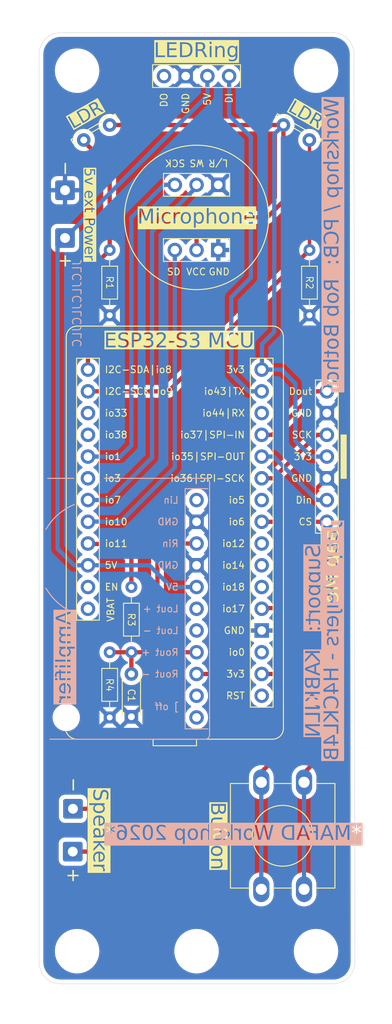
<source format=kicad_pcb>
(kicad_pcb (version 20241229) (generator "pcbnew") (generator_version "9.0")
  (layers (0 "F.Cu" signal) (2 "B.Cu" signal) (13 "F.Paste" user) (15 "B.Paste" user) (5 "F.SilkS" user "F.Silkscreen") (7 "B.SilkS" user "B.Silkscreen") (1 "F.Mask" user) (3 "B.Mask" user) (25 "Edge.Cuts" user))
  (net 0 "")
  (net 1 "GND")
  (footprint "Connector_PinSocket_2.54mm:PinSocket_1x04_P2.54mm_Vertical" (layer "F.Cu") (at 31.75 21.59 90)
    (property "Reference" "REF**" (hide yes))
    (property "Value" "PinSocket_1x04_P2.54mm_Vertical" (hide yes))
    (fp_line (start 1.33 -1.33) (end 1.33 8.95) (stroke (width 0.12)) (layer "F.SilkS"))
    (fp_line (start -1.33 -1.33) (end 1.33 -1.33) (stroke (width 0.12)) (layer "F.SilkS"))
    (fp_line (start -1.33 -1.33) (end -1.33 8.95) (stroke (width 0.12)) (layer "F.SilkS"))
    (fp_line (start -1.33 8.95) (end 1.33 8.95) (stroke (width 0.12)) (layer "F.SilkS"))
    (pad "1" thru_hole circle (at 0 0 90) (size 1.7 1.7) (drill 1) (layers "*.Cu" "*.Mask"))
    (pad "2" thru_hole rect (at 0 2.54 90) (size 1.7 1.7) (drill 1) (layers "*.Cu" "*.Mask") (net 1 "GND"))
    (pad "3" thru_hole circle (at 0 5.08 90) (size 1.7 1.7) (drill 1) (layers "*.Cu" "*.Mask"))
    (pad "4" thru_hole circle (at 0 7.62 90) (size 1.7 1.7) (drill 1) (layers "*.Cu" "*.Mask"))
  )
  (footprint "OptoDevice:R_LDR_5.2x5.2mm_P3.5mm_Horizontal" (layer "F.Cu") (at 22.368911 29.055 30)
    (property "Reference" "REF**" (hide yes))
    (property "Value" "R_LDR_5.2x5.2mm_P3.5mm_Horizontal" (hide yes))
    (fp_line (start -1.27 -0.8) (end -1.27 -0.3) (stroke (width 0.12)) (layer "F.SilkS"))
    (fp_line (start -1.27 -0.3) (end -1.070001 -0.300001) (stroke (width 0.12)) (layer "F.SilkS"))
    (fp_line (start -0.86 -0.8) (end -1.27 -0.8) (stroke (width 0.12)) (layer "F.SilkS"))
    (fp_line (start -0.15 -1.143) (end -0.15 -1.013) (stroke (width 0.12)) (layer "F.SilkS"))
    (fp_line (start -0.15 -1.143) (end 0.1 -1.143) (stroke (width 0.12)) (layer "F.SilkS"))
    (fp_line (start 0.1 -1.143) (end 0.100001 -1.013) (stroke (width 0.12)) (layer "F.SilkS"))
    (fp_line (start 1.016 -0.3) (end 2.540001 -0.3) (stroke (width 0.12)) (layer "F.SilkS"))
    (fp_line (start 2.794 -0.8) (end 0.762 -0.8) (stroke (width 0.12)) (layer "F.SilkS"))
    (fp_line (start 3.4 -1.143) (end 3.4 -1.013001) (stroke (width 0.12)) (layer "F.SilkS"))
    (fp_line (start 3.4 -1.143) (end 3.65 -1.143) (stroke (width 0.12)) (layer "F.SilkS"))
    (fp_line (start 3.65 -1.143) (end 3.65 -1.013) (stroke (width 0.12)) (layer "F.SilkS"))
    (fp_line (start 4.699 -0.8) (end 4.288999 -0.8) (stroke (width 0.12)) (layer "F.SilkS"))
    (fp_line (start 4.499 -0.3) (end 4.699 -0.300001) (stroke (width 0.12)) (layer "F.SilkS"))
    (fp_line (start 4.699 -0.300001) (end 4.699 -0.8) (stroke (width 0.12)) (layer "F.SilkS"))
    (pad "1" thru_hole circle (at 0 0 30) (size 1.6 1.6) (drill 0.8) (layers "*.Cu" "*.Mask"))
    (pad "2" thru_hole circle (at 3.5 0 30) (size 1.6 1.6) (drill 0.8) (layers "*.Cu" "*.Mask"))
  )
  (footprint "Connector_Wire:SolderWire-0.5sqmm_1x01_D0.9mm_OD2.3mm" (layer "F.Cu") (at 20.18 34.925 180)
    (property "Reference" "REF**" (hide yes))
    (property "Value" "SolderWire-0.5sqmm_1x01_D0.9mm_OD2.3mm" (hide yes))
    (pad "1" thru_hole roundrect (at 0 0 180) (size 2.3 2.3) (drill 1.15) (layers "*.Cu" "*.Mask") (roundrect_rratio 0.108696) (net 1 "GND"))
  )
  (footprint "MountingHole:MountingHole_3.2mm_M3_ISO14580" (layer "F.Cu") (at 21.59 123.825)
    (property "Reference" "REF**" (hide yes))
    (property "Value" "MountingHole_3.2mm_M3_ISO14580" (hide yes))
    (pad "" np_thru_hole circle (at 0 0) (size 3.2 3.2) (drill 3.2) (layers "*.Cu" "*.Mask") (clearance 1))
  )
  (footprint "Connector_PinSocket_2.54mm:PinSocket_1x03_P2.54mm_Vertical" (layer "F.Cu") (at 38.1 41.91 -90)
    (property "Reference" "REF**" (hide yes))
    (property "Value" "PinSocket_1x03_P2.54mm_Vertical" (hide yes))
    (fp_line (start -1.33 6.41) (end 1.33 6.41) (stroke (width 0.12)) (layer "F.SilkS"))
    (fp_line (start -1.33 -1.33) (end -1.33 6.41) (stroke (width 0.12)) (layer "F.SilkS"))
    (fp_line (start -1.33 -1.33) (end 1.33 -1.33) (stroke (width 0.12)) (layer "F.SilkS"))
    (fp_line (start 1.33 -1.33) (end 1.33 6.41) (stroke (width 0.12)) (layer "F.SilkS"))
    (pad "1" thru_hole rect (at 0 0 270) (size 1.7 1.7) (drill 1) (layers "*.Cu" "*.Mask") (net 1 "GND"))
    (pad "2" thru_hole circle (at 0 2.54 270) (size 1.7 1.7) (drill 1) (layers "*.Cu" "*.Mask"))
    (pad "3" thru_hole circle (at 0 5.08 270) (size 1.7 1.7) (drill 1) (layers "*.Cu" "*.Mask"))
  )
  (footprint "MountingHole:MountingHole_3.2mm_M3_ISO14580" (layer "F.Cu") (at 35.56 123.825)
    (property "Reference" "REF**" (hide yes))
    (property "Value" "MountingHole_3.2mm_M3_ISO14580" (hide yes))
    (pad "" np_thru_hole circle (at 0 0) (size 3.2 3.2) (drill 3.2) (layers "*.Cu" "*.Mask") (clearance 1))
  )
  (footprint "Connector_Wire:SolderWire-0.5sqmm_1x01_D0.9mm_OD2.3mm" (layer "F.Cu") (at 20.18 40.505 180)
    (property "Reference" "REF**" (hide yes))
    (property "Value" "SolderWire-0.5sqmm_1x01_D0.9mm_OD2.3mm" (hide yes))
    (pad "1" thru_hole roundrect (at 0 0 180) (size 2.3 2.3) (drill 1.15) (layers "*.Cu" "*.Mask") (roundrect_rratio 0.108696))
  )
  (footprint "MountingHole:MountingHole_3.2mm_M3_ISO14580" (layer "F.Cu") (at 49.53 123.825)
    (property "Reference" "REF**" (hide yes))
    (property "Value" "MountingHole_3.2mm_M3_ISO14580" (hide yes))
    (pad "" np_thru_hole circle (at 0 0) (size 3.2 3.2) (drill 3.2) (layers "*.Cu" "*.Mask") (clearance 1))
  )
  (footprint "MountingHole:MountingHole_2.7mm_M2.5" (layer "F.Cu") (at 20.32 96.52)
    (property "Reference" "REF**" (hide yes))
    (property "Value" "MountingHole_2.7mm_M2.5" (hide yes))
    (pad "" np_thru_hole circle (at 0 0) (size 2.7 2.7) (drill 2.7) (layers "*.Cu" "*.Mask"))
  )
  (footprint "Resistor_THT:R_Axial_DIN0204_L3.6mm_D1.6mm_P7.62mm_Horizontal" (layer "F.Cu") (at 48.768 41.91 -90)
    (property "Reference" "REF**" (hide yes))
    (property "Value" "R_Axial_DIN0204_L3.6mm_D1.6mm_P7.62mm_Horizontal" (hide yes))
    (fp_line (start 0.94 0) (end 1.89 0) (stroke (width 0.12)) (layer "F.SilkS"))
    (fp_line (start 6.68 0) (end 5.73 0) (stroke (width 0.12)) (layer "F.SilkS"))
    (fp_rect (start 1.89 -0.92) (end 5.73 0.92) (stroke (width 0.12)) (fill no) (layer "F.SilkS"))
    (fp_text user "R2" (at 3.81 0 270) (layer "F.SilkS") (effects (font (size 0.8 0.8) (thickness 0.108))))
    (pad "1" thru_hole circle (at 0 0 270) (size 1.4 1.4) (drill 0.7) (layers "*.Cu" "*.Mask"))
    (pad "2" thru_hole rect (at 7.62 0 270) (size 1.4 1.4) (drill 0.7) (layers "*.Cu" "*.Mask") (net 1 "GND"))
  )
  (footprint "Connector_PinSocket_2.54mm:PinSocket_1x16_P2.54mm_Vertical" (layer "F.Cu") (at 43.18 93.98 180)
    (property "Reference" "REF**" (hide yes))
    (property "Value" "PinSocket_1x16_P2.54mm_Vertical" (hide yes))
    (fp_line (start 1.33 -1.33) (end 1.33 39.43) (stroke (width 0.12)) (layer "F.SilkS"))
    (fp_line (start -1.33 39.43) (end 1.33 39.43) (stroke (width 0.12)) (layer "F.SilkS"))
    (fp_line (start -1.33 -1.33) (end 1.33 -1.33) (stroke (width 0.12)) (layer "F.SilkS"))
    (fp_line (start -1.33 -1.33) (end -1.33 39.43) (stroke (width 0.12)) (layer "F.SilkS"))
    (pad "1" thru_hole circle (at 0 0 180) (size 1.7 1.7) (drill 1) (layers "*.Cu" "*.Mask"))
    (pad "2" thru_hole circle (at 0 2.54 180) (size 1.7 1.7) (drill 1) (layers "*.Cu" "*.Mask"))
    (pad "3" thru_hole circle (at 0 5.08 180) (size 1.7 1.7) (drill 1) (layers "*.Cu" "*.Mask"))
    (pad "4" thru_hole rect (at 0 7.62 180) (size 1.7 1.7) (drill 1) (layers "*.Cu" "*.Mask") (net 1 "GND"))
    (pad "5" thru_hole circle (at 0 10.16 180) (size 1.7 1.7) (drill 1) (layers "*.Cu" "*.Mask"))
    (pad "6" thru_hole circle (at 0 12.7 180) (size 1.7 1.7) (drill 1) (layers "*.Cu" "*.Mask"))
    (pad "7" thru_hole circle (at 0 15.24 180) (size 1.7 1.7) (drill 1) (layers "*.Cu" "*.Mask"))
    (pad "8" thru_hole circle (at 0 17.78 180) (size 1.7 1.7) (drill 1) (layers "*.Cu" "*.Mask"))
    (pad "9" thru_hole circle (at 0 20.32 180) (size 1.7 1.7) (drill 1) (layers "*.Cu" "*.Mask"))
    (pad "10" thru_hole circle (at 0 22.86 180) (size 1.7 1.7) (drill 1) (layers "*.Cu" "*.Mask"))
    (pad "11" thru_hole circle (at 0 25.4 180) (size 1.7 1.7) (drill 1) (layers "*.Cu" "*.Mask"))
    (pad "12" thru_hole circle (at 0 27.94 180) (size 1.7 1.7) (drill 1) (layers "*.Cu" "*.Mask"))
    (pad "13" thru_hole circle (at 0 30.48 180) (size 1.7 1.7) (drill 1) (layers "*.Cu" "*.Mask"))
    (pad "14" thru_hole circle (at 0 33.02 180) (size 1.7 1.7) (drill 1) (layers "*.Cu" "*.Mask"))
    (pad "15" thru_hole circle (at 0 35.56 180) (size 1.7 1.7) (drill 1) (layers "*.Cu" "*.Mask"))
    (pad "16" thru_hole circle (at 0 38.1 180) (size 1.7 1.7) (drill 1) (layers "*.Cu" "*.Mask"))
  )
  (footprint "MountingHole:MountingHole_3.2mm_M3_ISO14580" (layer "F.Cu") (at 49.53 20.955)
    (property "Reference" "REF**" (hide yes))
    (property "Value" "MountingHole_3.2mm_M3_ISO14580" (hide yes))
    (pad "" np_thru_hole circle (at 0 0) (size 3.2 3.2) (drill 3.2) (layers "*.Cu" "*.Mask") (clearance 1))
  )
  (footprint "Connector_Wire:SolderWire-0.5sqmm_1x01_D0.9mm_OD2.3mm" (layer "F.Cu") (at 21.082 112.1918)
    (property "Reference" "REF**" (hide yes))
    (property "Value" "SolderWire-0.5sqmm_1x01_D0.9mm_OD2.3mm" (hide yes))
    (pad "1" thru_hole roundrect (at 0 0) (size 2.3 2.3) (drill 1.15) (layers "*.Cu" "*.Mask") (roundrect_rratio 0.108696))
  )
  (footprint "Capacitor_THT:C_Disc_D4.3mm_W1.9mm_P5.00mm" (layer "F.Cu") (at 27.94 96.44 90)
    (property "Reference" "C1" (at 2.5 0 270) (layer "F.SilkS") (effects (font (size 0.8 0.8) (thickness 0.12))))
    (property "Value" "C_Disc_D4.3mm_W1.9mm_P5.00mm" (hide yes))
    (fp_line (start 0.23 -1.07) (end 4.77 -1.07) (stroke (width 0.12)) (layer "F.SilkS"))
    (fp_line (start 4.77 1.014) (end 4.77 1.07) (stroke (width 0.12)) (layer "F.SilkS"))
    (fp_line (start 0.23 1.014) (end 0.23 1.07) (stroke (width 0.12)) (layer "F.SilkS"))
    (fp_line (start 0.23 1.07) (end 4.77 1.07) (stroke (width 0.12)) (layer "F.SilkS"))
    (pad "1" thru_hole rect (at 0 0 90) (size 1.6 1.6) (drill 0.8) (layers "*.Cu" "*.Mask") (net 1 "GND"))
    (pad "2" thru_hole circle (at 5 0 90) (size 1.6 1.6) (drill 0.8) (layers "*.Cu" "*.Mask"))
  )
  (footprint "Resistor_THT:R_Axial_DIN0204_L3.6mm_D1.6mm_P7.62mm_Horizontal" (layer "F.Cu") (at 25.4 88.9 -90)
    (property "Reference" "REF**" (hide yes))
    (property "Value" "R_Axial_DIN0204_L3.6mm_D1.6mm_P7.62mm_Horizontal" (hide yes))
    (fp_line (start 0.94 0) (end 1.89 0) (stroke (width 0.12)) (layer "F.SilkS"))
    (fp_line (start 6.68 0) (end 5.73 0) (stroke (width 0.12)) (layer "F.SilkS"))
    (fp_rect (start 1.89 -0.92) (end 5.73 0.92) (stroke (width 0.12)) (fill no) (layer "F.SilkS"))
    (fp_text user "R4" (at 3.81 0 270) (layer "F.SilkS") (effects (font (size 0.8 0.8) (thickness 0.108))))
    (pad "1" thru_hole circle (at 0 0 270) (size 1.4 1.4) (drill 0.7) (layers "*.Cu" "*.Mask"))
    (pad "2" thru_hole rect (at 7.62 0 270) (size 1.4 1.4) (drill 0.7) (layers "*.Cu" "*.Mask") (net 1 "GND"))
  )
  (footprint "Resistor_THT:R_Axial_DIN0204_L3.6mm_D1.6mm_P7.62mm_Horizontal" (layer "F.Cu") (at 27.94 88.9 90)
    (property "Reference" "REF**" (hide yes))
    (property "Value" "R_Axial_DIN0204_L3.6mm_D1.6mm_P7.62mm_Horizontal" (hide yes))
    (fp_line (start 6.68 0) (end 5.73 0) (stroke (width 0.12)) (layer "F.SilkS"))
    (fp_line (start 0.94 0) (end 1.89 0) (stroke (width 0.12)) (layer "F.SilkS"))
    (fp_rect (start 1.89 -0.92) (end 5.73 0.92) (stroke (width 0.12)) (fill no) (layer "F.SilkS"))
    (fp_text user "R3" (at 3.81 0 270) (layer "F.SilkS") (effects (font (size 0.8 0.8) (thickness 0.108))))
    (pad "1" thru_hole circle (at 0 0 90) (size 1.4 1.4) (drill 0.7) (layers "*.Cu" "*.Mask"))
    (pad "2" thru_hole circle (at 7.62 0 90) (size 1.4 1.4) (drill 0.7) (layers "*.Cu" "*.Mask"))
  )
  (footprint "Connector_PinSocket_2.54mm:PinSocket_1x07_P2.54mm_Vertical" (layer "F.Cu") (at 50.8 58.42)
    (property "Reference" "REF**" (hide yes))
    (property "Value" "PinSocket_1x07_P2.54mm_Vertical" (hide yes))
    (fp_line (start -1.33 -1.33) (end -1.33 16.57) (stroke (width 0.12)) (layer "F.SilkS"))
    (fp_line (start -1.33 -1.33) (end 1.33 -1.33) (stroke (width 0.12)) (layer "F.SilkS"))
    (fp_line (start -1.33 16.57) (end 1.33 16.57) (stroke (width 0.12)) (layer "F.SilkS"))
    (fp_line (start 1.33 -1.33) (end 1.33 16.57) (stroke (width 0.12)) (layer "F.SilkS"))
    (pad "1" thru_hole circle (at 0 0) (size 1.7 1.7) (drill 1) (layers "*.Cu" "*.Mask"))
    (pad "2" thru_hole rect (at 0 2.54) (size 1.7 1.7) (drill 1) (layers "*.Cu" "*.Mask") (net 1 "GND"))
    (pad "3" thru_hole circle (at 0 5.08) (size 1.7 1.7) (drill 1) (layers "*.Cu" "*.Mask"))
    (pad "4" thru_hole circle (at 0 7.62) (size 1.7 1.7) (drill 1) (layers "*.Cu" "*.Mask"))
    (pad "5" thru_hole rect (at 0 10.16) (size 1.7 1.7) (drill 1) (layers "*.Cu" "*.Mask") (net 1 "GND"))
    (pad "6" thru_hole circle (at 0 12.7) (size 1.7 1.7) (drill 1) (layers "*.Cu" "*.Mask"))
    (pad "7" thru_hole circle (at 0 15.24) (size 1.7 1.7) (drill 1) (layers "*.Cu" "*.Mask"))
  )
  (footprint "MountingHole:MountingHole_3.2mm_M3_ISO14580" (layer "F.Cu") (at 21.59 20.955)
    (property "Reference" "REF**" (hide yes))
    (property "Value" "MountingHole_3.2mm_M3_ISO14580" (hide yes))
    (pad "" np_thru_hole circle (at 0 0) (size 3.2 3.2) (drill 3.2) (layers "*.Cu" "*.Mask") (clearance 1))
  )
  (footprint "Resistor_THT:R_Axial_DIN0204_L3.6mm_D1.6mm_P7.62mm_Horizontal" (layer "F.Cu") (at 25.4 41.91 -90)
    (property "Reference" "REF**" (hide yes))
    (property "Value" "R_Axial_DIN0204_L3.6mm_D1.6mm_P7.62mm_Horizontal" (hide yes))
    (fp_line (start 0.94 0) (end 1.89 0) (stroke (width 0.12)) (layer "F.SilkS"))
    (fp_line (start 6.68 0) (end 5.73 0) (stroke (width 0.12)) (layer "F.SilkS"))
    (fp_rect (start 1.89 -0.92) (end 5.73 0.92) (stroke (width 0.12)) (fill no) (layer "F.SilkS"))
    (fp_text user "R1" (at 3.81 0 270) (layer "F.SilkS") (effects (font (size 0.8 0.8) (thickness 0.108))))
    (pad "1" thru_hole circle (at 0 0 270) (size 1.4 1.4) (drill 0.7) (layers "*.Cu" "*.Mask"))
    (pad "2" thru_hole rect (at 7.62 0 270) (size 1.4 1.4) (drill 0.7) (layers "*.Cu" "*.Mask") (net 1 "GND"))
  )
  (footprint "Button_Switch_THT:SW_PUSH-12mm" (layer "F.Cu") (at 48.133 104.093 -90)
    (property "Reference" "Button" (at 6.27 10.16 270) (layer "F.SilkS" knockout) (effects (font (size 1.7 1.7))))
    (property "Value" "SW_PUSH-12mm" (hide yes))
    (fp_line (start 12.36 8.61) (end 0.14 8.61) (stroke (width 0.12)) (layer "F.SilkS"))
    (fp_line (start 0.14 6.223) (end 0.14 8.61) (stroke (width 0.12)) (layer "F.SilkS"))
    (fp_line (start 12.36 6.223) (end 12.36 8.61) (stroke (width 0.12)) (layer "F.SilkS"))
    (fp_line (start 0.14 1.27) (end 0.14 3.683) (stroke (width 0.12)) (layer "F.SilkS"))
    (fp_line (start 12.36 1.27) (end 12.36 3.683) (stroke (width 0.12)) (layer "F.SilkS"))
    (fp_line (start 0.14 -3.61) (end 0.14 -1.27) (stroke (width 0.12)) (layer "F.SilkS"))
    (fp_line (start 0.14 -3.61) (end 12.36 -3.61) (stroke (width 0.12)) (layer "F.SilkS"))
    (fp_line (start 12.36 -3.61) (end 12.36 -1.27) (stroke (width 0.12)) (layer "F.SilkS"))
    (fp_circle (center 6.25 2.5) (end 9.8 2.5) (stroke (width 0.12)) (fill no) (layer "F.SilkS"))
    (pad "1" thru_hole oval (at 0 0 270) (size 3 1.9) (drill 1.3) (layers "*.Cu" "*.Mask"))
    (pad "1" thru_hole oval (at 12.5 0 270) (size 3 1.9) (drill 1.3) (layers "*.Cu" "*.Mask"))
    (pad "2" thru_hole oval (at 0 5 270) (size 3 1.9) (drill 1.3) (layers "*.Cu" "*.Mask"))
    (pad "2" thru_hole oval (at 12.5 5 270) (size 3 1.9) (drill 1.3) (layers "*.Cu" "*.Mask"))
  )
  (footprint "OptoDevice:R_LDR_5.2x5.2mm_P3.5mm_Horizontal" (layer "F.Cu") (at 45.72 27.305 -30)
    (property "Reference" "REF**" (hide yes))
    (property "Value" "R_LDR_5.2x5.2mm_P3.5mm_Horizontal" (hide yes))
    (fp_line (start -1.27 -0.3) (end -1.07 -0.3) (stroke (width 0.12)) (layer "F.SilkS"))
    (fp_line (start -1.27 -0.8) (end -1.27 -0.3) (stroke (width 0.12)) (layer "F.SilkS"))
    (fp_line (start -0.86 -0.8) (end -1.27 -0.8) (stroke (width 0.12)) (layer "F.SilkS"))
    (fp_line (start -0.15 -1.143) (end -0.15 -1.013) (stroke (width 0.12)) (layer "F.SilkS"))
    (fp_line (start -0.15 -1.143) (end 0.1 -1.143) (stroke (width 0.12)) (layer "F.SilkS"))
    (fp_line (start 0.1 -1.143) (end 0.100001 -1.013) (stroke (width 0.12)) (layer "F.SilkS"))
    (fp_line (start 1.016 -0.3) (end 2.413 -0.3) (stroke (width 0.12)) (layer "F.SilkS"))
    (fp_line (start 2.667 -0.8) (end 0.889001 -0.8) (stroke (width 0.12)) (layer "F.SilkS"))
    (fp_line (start 3.4 -1.143) (end 3.4 -1.013001) (stroke (width 0.12)) (layer "F.SilkS"))
    (fp_line (start 3.4 -1.143) (end 3.65 -1.143) (stroke (width 0.12)) (layer "F.SilkS"))
    (fp_line (start 3.65 -1.143) (end 3.65 -1.013) (stroke (width 0.12)) (layer "F.SilkS"))
    (fp_line (start 4.499 -0.3) (end 4.698999 -0.3) (stroke (width 0.12)) (layer "F.SilkS"))
    (fp_line (start 4.698999 -0.3) (end 4.699 -0.8) (stroke (width 0.12)) (layer "F.SilkS"))
    (fp_line (start 4.699 -0.8) (end 4.288999 -0.8) (stroke (width 0.12)) (layer "F.SilkS"))
    (pad "1" thru_hole circle (at 0 0 330) (size 1.6 1.6) (drill 0.8) (layers "*.Cu" "*.Mask"))
    (pad "2" thru_hole circle (at 3.5 0 330) (size 1.6 1.6) (drill 0.8) (layers "*.Cu" "*.Mask"))
  )
  (footprint "Connector_Wire:SolderWire-0.5sqmm_1x01_D0.9mm_OD2.3mm" (layer "F.Cu") (at 21.1074 107.188)
    (property "Reference" "REF**" (hide yes))
    (property "Value" "SolderWire-0.5sqmm_1x01_D0.9mm_OD2.3mm" (hide yes))
    (pad "1" thru_hole roundrect (at 0 0) (size 2.3 2.3) (drill 1.15) (layers "*.Cu" "*.Mask") (roundrect_rratio 0.108696))
  )
  (footprint "Connector_PinSocket_2.54mm:PinSocket_1x12_P2.54mm_Vertical" (layer "F.Cu") (at 22.86 83.82 180)
    (property "Reference" "REF**" (hide yes))
    (property "Value" "PinSocket_1x12_P2.54mm_Vertical" (hide yes))
    (fp_line (start 1.33 -1.33) (end 1.33 29.27) (stroke (width 0.12)) (layer "F.SilkS"))
    (fp_line (start -1.33 29.27) (end 1.33 29.27) (stroke (width 0.12)) (layer "F.SilkS"))
    (fp_line (start -1.33 -1.33) (end 1.33 -1.33) (stroke (width 0.12)) (layer "F.SilkS"))
    (fp_line (start -1.33 -1.33) (end -1.33 29.27) (stroke (width 0.12)) (layer "F.SilkS"))
    (pad "1" thru_hole circle (at 0 0 180) (size 1.7 1.7) (drill 1) (layers "*.Cu" "*.Mask"))
    (pad "2" thru_hole circle (at 0 2.54 180) (size 1.7 1.7) (drill 1) (layers "*.Cu" "*.Mask"))
    (pad "3" thru_hole circle (at 0 5.08 180) (size 1.7 1.7) (drill 1) (layers "*.Cu" "*.Mask"))
    (pad "4" thru_hole circle (at 0 7.62 180) (size 1.7 1.7) (drill 1) (layers "*.Cu" "*.Mask"))
    (pad "5" thru_hole circle (at 0 10.16 180) (size 1.7 1.7) (drill 1) (layers "*.Cu" "*.Mask"))
    (pad "6" thru_hole circle (at 0 12.7 180) (size 1.7 1.7) (drill 1) (layers "*.Cu" "*.Mask"))
    (pad "7" thru_hole circle (at 0 15.24 180) (size 1.7 1.7) (drill 1) (layers "*.Cu" "*.Mask"))
    (pad "8" thru_hole circle (at 0 17.78 180) (size 1.7 1.7) (drill 1) (layers "*.Cu" "*.Mask"))
    (pad "9" thru_hole circle (at 0 20.32 180) (size 1.7 1.7) (drill 1) (layers "*.Cu" "*.Mask"))
    (pad "10" thru_hole circle (at 0 22.86 180) (size 1.7 1.7) (drill 1) (layers "*.Cu" "*.Mask"))
    (pad "11" thru_hole circle (at 0 25.4 180) (size 1.7 1.7) (drill 1) (layers "*.Cu" "*.Mask"))
    (pad "12" thru_hole circle (at 0 27.94 180) (size 1.7 1.7) (drill 1) (layers "*.Cu" "*.Mask"))
  )
  (footprint "Connector_PinSocket_2.54mm:PinSocket_1x03_P2.54mm_Vertical" (layer "F.Cu") (at 33.02 34.29 90)
    (property "Reference" "REF**" (hide yes))
    (property "Value" "PinSocket_1x03_P2.54mm_Vertical" (hide yes))
    (fp_line (start 1.33 -1.33) (end 1.33 6.41) (stroke (width 0.12)) (layer "F.SilkS"))
    (fp_line (start -1.33 -1.33) (end 1.33 -1.33) (stroke (width 0.12)) (layer "F.SilkS"))
    (fp_line (start -1.33 -1.33) (end -1.33 6.41) (stroke (width 0.12)) (layer "F.SilkS"))
    (fp_line (start -1.33 6.41) (end 1.33 6.41) (stroke (width 0.12)) (layer "F.SilkS"))
    (pad "4" thru_hole oval (at 0 0 90) (size 1.7 1.7) (drill 1) (layers "*.Cu" "*.Mask"))
    (pad "5" thru_hole circle (at 0 2.54 90) (size 1.7 1.7) (drill 1) (layers "*.Cu" "*.Mask"))
    (pad "6" thru_hole rect (at 0 5.08 90) (size 1.7 1.7) (drill 1) (layers "*.Cu" "*.Mask") (net 1 "GND"))
  )
  (footprint "Connector_PinSocket_2.54mm:PinSocket_1x11_P2.54mm_Vertical" (layer "B.Cu") (at 35.56 71.12 180)
    (property "Reference" "REF**" (hide yes))
    (property "Value" "PinSocket_1x11_P2.54mm_Vertical" (hide yes))
    (fp_line (start 1.33 1.33) (end 1.33 -26.73) (stroke (width 0.12)) (layer "B.SilkS"))
    (fp_line (start -1.33 1.33) (end 1.33 1.33) (stroke (width 0.12)) (layer "B.SilkS"))
    (fp_line (start -1.33 -26.73) (end 1.33 -26.73) (stroke (width 0.12)) (layer "B.SilkS"))
    (pad "1" thru_hole circle (at 0 0 180) (size 1.7 1.7) (drill 1) (layers "*.Cu" "*.Mask"))
    (pad "2" thru_hole rect (at 0 -2.54 180) (size 1.7 1.7) (drill 1) (layers "*.Cu" "*.Mask") (net 1 "GND"))
    (pad "3" thru_hole circle (at 0 -5.08 180) (size 1.7 1.7) (drill 1) (layers "*.Cu" "*.Mask"))
    (pad "4" thru_hole rect (at 0 -7.62 180) (size 1.7 1.7) (drill 1) (layers "*.Cu" "*.Mask") (net 1 "GND"))
    (pad "5" thru_hole circle (at 0 -10.16 180) (size 1.7 1.7) (drill 1) (layers "*.Cu" "*.Mask"))
    (pad "6" thru_hole circle (at 0 -12.7 180) (size 1.7 1.7) (drill 1) (layers "*.Cu" "*.Mask"))
    (pad "7" thru_hole circle (at 0 -15.24 180) (size 1.7 1.7) (drill 1) (layers "*.Cu" "*.Mask"))
    (pad "8" thru_hole circle (at 0 -17.78 180) (size 1.7 1.7) (drill 1) (layers "*.Cu" "*.Mask"))
    (pad "9" thru_hole circle (at 0 -20.32 180) (size 1.7 1.7) (drill 1) (layers "*.Cu" "*.Mask"))
    (pad "10" thru_hole circle (at 0 -22.86 180) (size 1.7 1.7) (drill 1) (layers "*.Cu" "*.Mask"))
    (pad "11" thru_hole circle (at 0 -25.4 180) (size 1.7 1.7) (drill 1) (layers "*.Cu" "*.Mask"))
  )
  (gr_line (start 21.59 99.06) (end 44.45 99.06) (stroke (width 0.12)) (layer "F.SilkS"))
  (gr_rect (start 30.48 99.06) (end 35.56 99.822) (stroke (width 0.12)) (fill no) (layer "F.SilkS"))
  (gr_line (start 45.72 97.79) (end 45.72 52.07) (stroke (width 0.12)) (layer "F.SilkS"))
  (gr_arc (start 20.32 52.07) (mid 20.691974 51.171974) (end 21.59 50.8) (stroke (width 0.12)) (layer "F.SilkS"))
  (gr_circle (center 35.56 38.1) (end 43.9928 38.3032) (stroke (width 0.12)) (fill no) (layer "F.SilkS"))
  (gr_rect (start 52.4604 63.51) (end 53.07 68.59) (stroke (width 0.1)) (fill yes) (layer "F.SilkS"))
  (gr_line (start 20.32 52.078) (end 20.32 94.8436) (stroke (width 0.12)) (layer "F.SilkS"))
  (gr_arc (start 44.45 50.8) (mid 45.348026 51.171974) (end 45.72 52.07) (stroke (width 0.12)) (layer "F.SilkS"))
  (gr_line (start 44.45 50.8) (end 21.59 50.8) (stroke (width 0.12)) (layer "F.SilkS"))
  (gr_arc (start 21.59 99.06) (mid 20.825017 98.826905) (end 20.32 98.206833) (stroke (width 0.12)) (layer "F.SilkS"))
  (gr_arc (start 45.72 97.79) (mid 45.348026 98.688026) (end 44.45 99.06) (stroke (width 0.12)) (layer "F.SilkS"))
  (gr_line (start 18.285498 81.946449) (end 18.493301 82.22404) (stroke (width 0.125)) (layer "B.SilkS"))
  (gr_line (start 18.415 99.06) (end 36.584 99.06) (stroke (width 0.125)) (layer "B.SilkS"))
  (gr_arc (start 20.439207 83.910181) (mid 20.376568 83.875978) (end 20.316487 83.837366) (stroke (width 0.125)) (layer "B.SilkS"))
  (gr_arc (start 19.629941 83.360685) (mid 19.572789 83.3179) (end 19.518834 83.271148) (stroke (width 0.125)) (layer "B.SilkS"))
  (gr_arc (start 19.518889 72.684806) (mid 19.572844 72.638054) (end 19.629997 72.595272) (stroke (width 0.125)) (layer "B.SilkS"))
  (gr_line (start 18.809892 73.358818) (end 18.582806 73.620889) (stroke (width 0.125)) (layer "B.SilkS"))
  (gr_line (start 20.439216 72.045814) (end 20.743591 71.879612) (stroke (width 0.125)) (layer "B.SilkS"))
  (gr_arc (start 20.024738 83.649871) (mid 19.964727 83.611304) (end 19.907569 83.568517) (stroke (width 0.125)) (layer "B.SilkS"))
  (gr_line (start 18.582819 82.335126) (end 18.809892 82.597182) (stroke (width 0.125)) (layer "B.SilkS"))
  (gr_line (start 19.152397 73.009106) (end 18.907106 73.254397) (stroke (width 0.125)) (layer "B.SilkS"))
  (gr_line (start 19.629941 83.360685) (end 19.907569 83.568517) (stroke (width 0.125)) (layer "B.SilkS"))
  (gr_arc (start 20.316517 72.118614) (mid 20.376568 72.080022) (end 20.439216 72.045814) (stroke (width 0.125)) (layer "B.SilkS"))
  (gr_arc (start 20.871205 84.140265) (mid 20.806262 84.110608) (end 20.743601 84.076393) (stroke (width 0.125)) (layer "B.SilkS"))
  (gr_line (start 36.584 68.58) (end 24.765 68.58) (stroke (width 0.125)) (layer "B.SilkS"))
  (gr_arc (start 18.204062 74.126844) (mid 18.242696 74.066727) (end 18.285457 74.009604) (stroke (width 0.125)) (layer "B.SilkS"))
  (gr_arc (start 21.318393 84.338895) (mid 21.251557 84.313966) (end 21.186585 84.284294) (stroke (width 0.125)) (layer "B.SilkS"))
  (gr_arc (start 18.809892 73.358818) (mid 18.856637 73.304874) (end 18.907106 73.254397) (stroke (width 0.125)) (layer "B.SilkS"))
  (gr_line (start 20.743601 84.076393) (end 20.439207 83.910181) (stroke (width 0.125)) (layer "B.SilkS"))
  (gr_arc (start 18.016634 81.537513) (mid 17.978022 81.477432) (end 17.943819 81.414793) (stroke (width 0.125)) (layer "B.SilkS"))
  (gr_line (start 19.152343 82.94684) (end 18.907127 82.701624) (stroke (width 0.125)) (layer "B.SilkS"))
  (gr_arc (start 18.907127 82.701624) (mid 18.856645 82.651139) (end 18.809892 82.597182) (stroke (width 0.125)) (layer "B.SilkS"))
  (gr_arc (start 18.493272 73.731997) (mid 18.536056 73.674845) (end 18.582806 73.620889) (stroke (width 0.125)) (layer "B.SilkS"))
  (gr_line (start 21.186585 84.284294) (end 20.871205 84.140265) (stroke (width 0.125)) (layer "B.SilkS"))
  (gr_arc (start 19.907604 72.387457) (mid 19.964773 72.344669) (end 20.024844 72.306062) (stroke (width 0.125)) (layer "B.SilkS"))
  (gr_arc (start 20.743591 71.879612) (mid 20.80624 71.845403) (end 20.871169 71.815751) (stroke (width 0.125)) (layer "B.SilkS"))
  (gr_arc (start 19.256778 83.044075) (mid 19.202836 82.997333) (end 19.152343 82.94684) (stroke (width 0.125)) (layer "B.SilkS"))
  (gr_line (start 19.256818 72.911892) (end 19.518889 72.684806) (stroke (width 0.125)) (layer "B.SilkS"))
  (gr_line (start 18.285457 74.009604) (end 18.493272 73.731997) (stroke (width 0.125)) (layer "B.SilkS"))
  (gr_arc (start 21.186585 71.671706) (mid 21.218624 71.655874) (end 21.25157 71.642029) (stroke (width 0.125)) (layer "B.SilkS"))
  (gr_line (start 18.016634 81.537513) (end 18.204113 81.829236) (stroke (width 0.125)) (layer "B.SilkS"))
  (gr_line (start 37.084 98.56) (end 37.084 69.08) (stroke (width 0.125)) (layer "B.SilkS"))
  (gr_line (start 19.907604 72.387457) (end 19.629997 72.595272) (stroke (width 0.125)) (layer "B.SilkS"))
  (gr_line (start 20.024844 72.306062) (end 20.316517 72.118614) (stroke (width 0.125)) (layer "B.SilkS"))
  (gr_arc (start 19.152397 73.009106) (mid 19.202836 72.958667) (end 19.256818 72.911892) (stroke (width 0.125)) (layer "B.SilkS"))
  (gr_line (start 20.316487 83.837366) (end 20.024738 83.649871) (stroke (width 0.125)) (layer "B.SilkS"))
  (gr_arc (start 18.582819 82.335126) (mid 18.536076 82.281182) (end 18.493301 82.22404) (stroke (width 0.125)) (layer "B.SilkS"))
  (gr_arc (start 17.943814 74.541216) (mid 17.978022 74.478566) (end 18.016614 74.418517) (stroke (width 0.125)) (layer "B.SilkS"))
  (gr_line (start 21.186585 71.671706) (end 20.871169 71.815751) (stroke (width 0.125)) (layer "B.SilkS"))
  (gr_arc (start 37.084 98.56) (mid 36.937553 98.913553) (end 36.584 99.06) (stroke (width 0.125)) (layer "B.SilkS"))
  (gr_line (start 19.518834 83.271148) (end 19.256778 83.044075) (stroke (width 0.125)) (layer "B.SilkS"))
  (gr_arc (start 18.285498 81.946449) (mid 18.242713 81.889295) (end 18.204113 81.829236) (stroke (width 0.125)) (layer "B.SilkS"))
  (gr_line (start 21.213 68.58) (end 18.157 68.58) (stroke (width 0.125)) (layer "B.SilkS"))
  (gr_line (start 18.204062 74.126844) (end 18.016614 74.418517) (stroke (width 0.125)) (layer "B.SilkS"))
  (gr_arc (start 36.584 68.58) (mid 36.937553 68.726447) (end 37.084 69.08) (stroke (width 0.125)) (layer "B.SilkS"))
  (gr_arc (start 51.435 16.51) (mid 53.231051 17.253949) (end 53.975 19.05) (stroke (width 0.05)) (layer "Edge.Cuts"))
  (gr_arc (start 19.685 127.635) (mid 17.888949 126.891051) (end 17.145 125.095) (stroke (width 0.05)) (layer "Edge.Cuts"))
  (gr_line (start 17.145 125.095) (end 17.145 19.05) (stroke (width 0.05)) (layer "Edge.Cuts"))
  (gr_arc (start 54.0766 125.095) (mid 53.332651 126.891051) (end 51.5366 127.635) (stroke (width 0.05)) (layer "Edge.Cuts"))
  (gr_arc (start 17.145 19.05) (mid 17.888949 17.253949) (end 19.685 16.51) (stroke (width 0.05)) (layer "Edge.Cuts"))
  (gr_line (start 51.5366 127.635) (end 19.685 127.635) (stroke (width 0.05)) (layer "Edge.Cuts"))
  (gr_line (start 53.975 19.05) (end 54.0766 125.095) (stroke (width 0.05)) (layer "Edge.Cuts"))
  (gr_line (start 19.685 16.51) (end 51.435 16.51) (stroke (width 0.05)) (layer "Edge.Cuts"))
  (gr_text "io5" (at 41.275 71.12 0) (layer "F.SilkS") (effects (font (size 0.8 0.8) (thickness 0.12)) (justify right)))
  (gr_text "io6" (at 41.275 73.66 0) (layer "F.SilkS") (effects (font (size 0.8 0.8) (thickness 0.12)) (justify right)))
  (gr_text "3v3" (at 41.275 55.88 0) (layer "F.SilkS") (effects (font (size 0.8 0.8) (thickness 0.12)) (justify right)))
  (gr_text "3v3" (at 49.149 66.04 0) (layer "F.SilkS") (effects (font (size 0.8 0.8) (thickness 0.12)) (justify right)))
  (gr_text "+" (at 21.2344 114.9858 270) (layer "F.SilkS") (effects (font (size 1.5 1.5) (thickness 0.1875))))
  (gr_text "LDR" (at 22.606 26.1874 30) (layer "F.SilkS" knockout) (effects (font (size 1.5 1.5) (thickness 0.1875))))
  (gr_text "DI" (at 39.37 23.495 90) (layer "F.SilkS") (effects (font (size 0.8 0.8) (thickness 0.12)) (justify right)))
  (gr_text "-" (at 20.32 32.385 270) (layer "F.SilkS") (effects (font (size 1.5 1.5) (thickness 0.1875))))
  (gr_text "VCC" (at 35.5092 44.45 0) (layer "F.SilkS") (effects (font (size 0.8 0.8) (thickness 0.12))))
  (gr_text "GND" (at 38.2016 44.45 0) (layer "F.SilkS") (effects (font (size 0.8 0.8) (thickness 0.12))))
  (gr_text "CS" (at 49.149 73.66 0) (layer "F.SilkS") (effects (font (size 0.8 0.8) (thickness 0.12)) (justify right)))
  (gr_text "io44|RX" (at 41.275 60.96 0) (layer "F.SilkS") (effects (font (size 0.8 0.8) (thickness 0.12)) (justify right)))
  (gr_text "io12" (at 41.275 76.2 0) (layer "F.SilkS") (effects (font (size 0.8 0.8) (thickness 0.12)) (justify right)))
  (gr_text "I2C-SDA|io8" (at 24.765 55.88 0) (layer "F.SilkS") (effects (font (size 0.8 0.8) (thickness 0.12)) (justify left)))
  (gr_text "io17" (at 41.275 83.82 0) (layer "F.SilkS") (effects (font (size 0.8 0.8) (thickness 0.12)) (justify right)))
  (gr_text "+" (at 20.32 43.18 270) (layer "F.SilkS") (effects (font (size 1.5 1.5) (thickness 0.1875))))
  (gr_text "io37|SPI-IN" (at 41.275 63.5 0) (layer "F.SilkS") (effects (font (size 0.8 0.8) (thickness 0.12)) (justify right)))
  (gr_text "3v3" (at 41.275 91.44 0) (layer "F.SilkS") (effects (font (size 0.8 0.8) (thickness 0.12)) (justify right)))
  (gr_text "io0" (at 41.275 88.9 0) (layer "F.SilkS") (effects (font (size 0.8 0.8) (thickness 0.12)) (justify right)))
  (gr_text "5V" (at 24.765 78.74 0) (layer "F.SilkS") (effects (font (size 0.8 0.8) (thickness 0.12)) (justify left)))
  (gr_text "RST" (at 41.275 93.98 0) (layer "F.SilkS") (effects (font (size 0.8 0.8) (thickness 0.12)) (justify right)))
  (gr_text "5v ext Power" (at 22.974 37.725 270) (layer "F.SilkS" knockout) (effects (font (size 1.2 1.2) (thickness 0.1575))))
  (gr_text "WS" (at 35.5854 31.75 180) (layer "F.SilkS") (effects (font (size 0.8 0.8) (thickness 0.12))))
  (gr_text "L/R" (at 38.1 31.75 180) (layer "F.SilkS") (effects (font (size 0.8 0.8) (thickness 0.12))))
  (gr_text "io10" (at 24.765 73.66 0) (layer "F.SilkS") (effects (font (size 0.8 0.8) (thickness 0.12)) (justify left)))
  (gr_text "GND" (at 49.149 68.58 0) (layer "F.SilkS") (effects (font (size 0.8 0.8) (thickness 0.12)) (justify right)))
  (gr_text "GND" (at 34.29 23.495 90) (layer "F.SilkS") (effects (font (size 0.8 0.8) (thickness 0.12)) (justify right)))
  (gr_text "SCK" (at 33.0454 31.75 180) (layer "F.SilkS") (effects (font (size 0.8 0.8) (thickness 0.12))))
  (gr_text "-" (at 21.2598 104.394 270) (layer "F.SilkS") (effects (font (size 1.5 1.5) (thickness 0.1875))))
  (gr_text "I2C-SCK|io9" (at 24.765 58.42 0) (layer "F.SilkS") (effects (font (size 0.8 0.8) (thickness 0.12)) (justify left)))
  (gr_text "EN" (at 24.765 81.28 0) (layer "F.SilkS") (effects (font (size 0.8 0.8) (thickness 0.12)) (justify left)))
  (gr_text "io38" (at 24.765 63.5 0) (layer "F.SilkS") (effects (font (size 0.8 0.8) (thickness 0.12)) (justify left)))
  (gr_text "DO" (at 31.75 23.495 90) (layer "F.SilkS") (effects (font (size 0.8 0.8) (thickness 0.12)) (justify right)))
  (gr_text "LDR" (at 48.3108 26.1366 -30) (layer "F.SilkS" knockout) (effects (font (size 1.5 1.5) (thickness 0.1875))))
  (gr_text "SCK" (at 49.149 63.5 0) (layer "F.SilkS") (effects (font (size 0.8 0.8) (thickness 0.12)) (justify right)))
  (gr_text "io1" (at 24.765 66.04 0) (layer "F.SilkS") (effects (font (size 0.8 0.8) (thickness 0.12)) (justify left)))
  (gr_text "io33" (at 24.765 60.96 0) (layer "F.SilkS") (effects (font (size 0.8 0.8) (thickness 0.12)) (justify left)))
  (gr_text "io43|TX" (at 41.275 58.42 0) (layer "F.SilkS") (effects (font (size 0.8 0.8) (thickness 0.12)) (justify right)))
  (gr_text "VBAT" (at 25.52 85.4 90) (layer "F.SilkS") (effects (font (size 0.8 0.8) (thickness 0.12)) (justify left)))
  (gr_text "5V" (at 36.83 23.495 90) (layer "F.SilkS") (effects (font (size 0.8 0.8) (thickness 0.12)) (justify right)))
  (gr_text "GND" (at 41.275 86.36 0) (layer "F.SilkS") (effects (font (size 0.8 0.8) (thickness 0.12)) (justify right)))
  (gr_text "io14" (at 41.275 78.74 0) (layer "F.SilkS") (effects (font (size 0.8 0.8) (thickness 0.12)) (justify right)))
  (gr_text "io18" (at 41.275 81.28 0) (layer "F.SilkS") (effects (font (size 0.8 0.8) (thickness 0.12)) (justify right)))
  (gr_text "GND" (at 49.149 60.96 0) (layer "F.SilkS") (effects (font (size 0.8 0.8) (thickness 0.12)) (justify right)))
  (gr_text "SD" (at 32.893 44.45 0) (layer "F.SilkS") (effects (font (size 0.8 0.8) (thickness 0.12))))
  (gr_text "Speaker" (at 24.2062 109.6518 270) (layer "F.SilkS" knockout) (effects (font (size 1.7 1.7) (thickness 0.1875))))
  (gr_text "Dout" (at 49.149 58.42 0) (layer "F.SilkS") (effects (font (size 0.8 0.8) (thickness 0.12)) (justify right)))
  (gr_text "io35|SPI-OUT" (at 41.275 66.04 0) (layer "F.SilkS") (effects (font (size 0.8 0.8) (thickness 0.12)) (justify right)))
  (gr_text "SDCard" (at 51.0032 78.994 270) (layer "F.SilkS" knockout) (effects (font (size 1.7 1.7) (thickness 0.1875))))
  (gr_text "Din" (at 49.149 71.12 0) (layer "F.SilkS") (effects (font (size 0.8 0.8) (thickness 0.12)) (justify right)))
  (gr_text "io11" (at 24.765 76.2 0) (layer "F.SilkS") (effects (font (size 0.8 0.8) (thickness 0.12)) (justify left)))
  (gr_text "io3" (at 24.765 68.58 0) (layer "F.SilkS") (effects (font (size 0.8 0.8) (thickness 0.12)) (justify left)))
  (gr_text "Microphone" (at 35.56 38.1 0) (layer "F.SilkS" knockout) (effects (font (size 1.7 1.7) (thickness 0.1875))))
  (gr_text "ESP32-S3 MCU" (at 33.528 52.578 0) (layer "F.SilkS" knockout) (effects (font (size 1.7 1.7) (thickness 0.1875))))
  (gr_text "io36|SPI-SCK" (at 41.275 68.58 0) (layer "F.SilkS") (effects (font (size 0.8 0.8) (thickness 0.12)) (justify right)))
  (gr_text "io7" (at 24.765 71.12 0) (layer "F.SilkS") (effects (font (size 0.8 0.8) (thickness 0.12)) (justify left)))
  (gr_text "LEDRing" (at 35.56 18.669 0) (layer "F.SilkS" knockout) (effects (font (size 1.7 1.7) (thickness 0.1875))))
  (gr_text "Rout +" (at 33.528 88.9 -0) (layer "B.SilkS") (effects (font (size 0.8 0.8) (thickness 0.125)) (justify left mirror)))
  (gr_text "Jaap Meijers - H4CKL4B" (at 51.435 87.7062 90) (layer "B.SilkS" knockout) (effects (font (size 1.7 1.7) (thickness 0.012875)) (justify mirror)))
  (gr_text "] off" (at 33.528 95.25 -0) (layer "B.SilkS") (effects (font (size 0.8 0.8) (thickness 0.125)) (justify left mirror)))
  (gr_text "Lout -" (at 33.528 86.36 -0) (layer "B.SilkS") (effects (font (size 0.8 0.8) (thickness 0.125)) (justify left mirror)))
  (gr_text "5V" (at 33.528 81.28 -0) (layer "B.SilkS") (effects (font (size 0.8 0.8) (thickness 0.125)) (justify left mirror)))
  (gr_text "JLCJLCJLCJLC" (at 21.59 48.133 90) (layer "B.SilkS") (effects (font (size 1 1) (thickness 0.125)) (justify mirror)))
  (gr_text "*MAFAD Workshop 2026*" (at 39.878 110.109 0) (layer "B.SilkS" knockout) (effects (font (size 1.7 1.7) (thickness 0.2875)) (justify mirror)))
  (gr_text "KABK" (at 49.276 91.694 90) (layer "B.SilkS" knockout) (effects (font (size 1.7 1.7) (thickness 0.012875)) (justify mirror)))
  (gr_text "GND" (at 33.528 73.66 -0) (layer "B.SilkS") (effects (font (size 0.8 0.8) (thickness 0.125)) (justify left mirror)))
  (gr_text "Rin" (at 33.528 76.2 -0) (layer "B.SilkS") (effects (font (size 0.8 0.8) (thickness 0.125)) (justify left mirror)))
  (gr_text "Rout -" (at 33.528 91.44 -0) (layer "B.SilkS") (effects (font (size 0.8 0.8) (thickness 0.125)) (justify left mirror)))
  (gr_text "Support:" (at 49.3014 81.4324 90) (layer "B.SilkS" knockout) (effects (font (size 1.7 1.7) (thickness 0.012875)) (justify mirror)))
  (gr_text "GND" (at 33.528 78.74 -0) (layer "B.SilkS") (effects (font (size 0.8 0.8) (thickness 0.125)) (justify left mirror)))
  (gr_text "Workshop / PCB:  Rob Bothof " (at 51.4604 41.6052 90) (layer "B.SilkS" knockout) (effects (font (size 1.7 1.7) (thickness 0.012875)) (justify mirror)))
  (gr_text "Lout +" (at 33.528 83.82 -0) (layer "B.SilkS") (effects (font (size 0.8 0.8) (thickness 0.125)) (justify left mirror)))
  (gr_text "Amplifier" (at 20.1168 89.4588 90) (layer "B.SilkS" knockout) (effects (font (size 1.7 1.7) (thickness 0.1875)) (justify mirror)))
  (gr_text "NLN" (at 49.276 96.4184 90) (layer "B.SilkS" knockout) (effects (font (size 1.7 1.7) (thickness 0.012875)) (justify mirror)))
  (gr_text "Lin" (at 33.528 71.12 -0) (layer "B.SilkS") (effects (font (size 0.8 0.8) (thickness 0.125)) (justify left mirror)))
  (segment (start 50.8 63.5) (end 49.62 63.5) (width 0.5) (layer "F.Cu") (net 0))
  (segment (start 35.56 88.9) (end 33.782 88.9) (width 0.5) (layer "F.Cu") (net 0))
  (segment (start 46.9138 83.7438) (end 50.8 87.63) (width 0.5) (layer "F.Cu") (net 0))
  (segment (start 43.18 83.82) (end 43.2562 83.7438) (width 0.5) (layer "F.Cu") (net 0))
  (segment (start 33.782 88.9) (end 31.7754 90.9066) (width 0.5) (layer "F.Cu") (net 0))
  (segment (start 31.7754 90.9066) (end 31.7754 100.9396) (width 0.5) (layer "F.Cu") (net 0))
  (segment (start 27.72 91.66) (end 27.94 91.44) (width 0.5) (layer "F.Cu") (net 0))
  (segment (start 35.56 76.2) (end 32.385 76.2) (width 0.5) (layer "F.Cu") (net 0))
  (segment (start 46.99 99.06) (end 46.99 92.964) (width 0.5) (layer "F.Cu") (net 0))
  (segment (start 45.72 36.195) (end 43.815 38.1) (width 0.5) (layer "F.Cu") (net 0))
  (segment (start 50.8 73.66) (end 43.18 73.66) (width 0.5) (layer "F.Cu") (net 0))
  (segment (start 22.86 44.45) (end 22.86 55.88) (width 0.5) (layer "F.Cu") (net 0))
  (segment (start 43.133 102.917) (end 46.99 99.06) (width 0.5) (layer "F.Cu") (net 0))
  (segment (start 46.99 92.964) (end 45.466 91.44) (width 0.5) (layer "F.Cu") (net 0))
  (segment (start 26.3906 76.2508) (end 27.94 77.8002) (width 0.5) (layer "F.Cu") (net 0))
  (segment (start 37.592 91.44) (end 38.735 92.583) (width 0.5) (layer "F.Cu") (net 0))
  (segment (start 32.258 58.42) (end 22.86 58.42) (width 0.5) (layer "F.Cu") (net 0))
  (segment (start 43.2562 83.7438) (end 46.9138 83.7438) (width 0.5) (layer "F.Cu") (net 0))
  (segment (start 22.86 76.2) (end 22.9108 76.2508) (width 0.5) (layer "F.Cu") (net 0))
  (segment (start 27.94 91.44) (end 27.94 88.9) (width 0.5) (layer "F.Cu") (net 0))
  (segment (start 35.56 40.005) (end 35.56 41.91) (width 0.5) (layer "F.Cu") (net 0))
  (segment (start 25.4 41.91) (end 22.86 44.45) (width 0.5) (layer "F.Cu") (net 0))
  (segment (start 35.56 91.44) (end 37.592 91.44) (width 0.5) (layer "F.Cu") (net 0))
  (segment (start 22.368911 29.21) (end 25.4 32.241089) (width 0.5) (layer "F.Cu") (net 0))
  (segment (start 43.133 104.093) (end 43.133 102.917) (width 0.5) (layer "F.Cu") (net 0))
  (segment (start 48.133 102.997) (end 48.133 104.093) (width 0.5) (layer "F.Cu") (net 0))
  (segment (start 37.465 38.1) (end 35.56 40.005) (width 0.5) (layer "F.Cu") (net 0))
  (segment (start 30.988 77.597) (end 30.988 87.332) (width 0.5) (layer "F.Cu") (net 0))
  (segment (start 45.72 27.305) (end 25.4 27.305) (width 0.5) (layer "F.Cu") (net 0))
  (segment (start 44.42 63.5) (end 43.18 63.5) (width 0.5) (layer "F.Cu") (net 0))
  (segment (start 45.466 91.44) (end 43.18 91.44) (width 0.5) (layer "F.Cu") (net 0))
  (segment (start 27.5082 112.1918) (end 21.082 112.1918) (width 0.5) (layer "F.Cu") (net 0))
  (segment (start 50.8 58.42) (end 49.5 58.42) (width 0.5) (layer "F.Cu") (net 0))
  (segment (start 38.735 92.583) (end 38.735 100.965) (width 0.5) (layer "F.Cu") (net 0))
  (segment (start 27.94 77.8002) (end 27.94 81.28) (width 0.5) (layer "F.Cu") (net 0))
  (segment (start 32.385 76.2) (end 30.988 77.597) (width 0.5) (layer "F.Cu") (net 0))
  (segment (start 49.5 58.42) (end 44.42 63.5) (width 0.5) (layer "F.Cu") (net 0))
  (segment (start 38.735 100.965) (end 27.5082 112.1918) (width 0.5) (layer "F.Cu") (net 0))
  (segment (start 29.42 88.9) (end 27.94 88.9) (width 0.5) (layer "F.Cu") (net 0))
  (segment (start 48.768 41.91) (end 48.768 29.071911) (width 0.4) (layer "F.Cu") (net 0))
  (segment (start 27.94 88.9) (end 25.4 88.9) (width 0.5) (layer "F.Cu") (net 0))
  (segment (start 44.54 68.58) (end 43.18 68.58) (width 0.5) (layer "F.Cu") (net 0))
  (segment (start 48.768 41.91) (end 32.258 58.42) (width 0.5) (layer "F.Cu") (net 0))
  (segment (start 25.527 107.188) (end 21.1074 107.188) (width 0.5) (layer "F.Cu") (net 0))
  (segment (start 45.72 27.305) (end 45.72 36.195) (width 0.5) (layer "F.Cu") (net 0))
  (segment (start 49.62 63.5) (end 44.54 68.58) (width 0.5) (layer "F.Cu") (net 0))
  (segment (start 48.768 29.071911) (end 48.751089 29.055) (width 0.4) (layer "F.Cu") (net 0))
  (segment (start 22.9108 76.2508) (end 26.3906 76.2508) (width 0.5) (layer "F.Cu") (net 0))
  (segment (start 30.988 87.332) (end 29.42 88.9) (width 0.5) (layer "F.Cu") (net 0))
  (segment (start 31.7754 100.9396) (end 25.527 107.188) (width 0.5) (layer "F.Cu") (net 0))
  (segment (start 25.4 32.241089) (end 25.4 41.91) (width 0.5) (layer "F.Cu") (net 0))
  (segment (start 50.8 87.63) (end 50.8 100.33) (width 0.5) (layer "F.Cu") (net 0))
  (segment (start 43.815 38.1) (end 37.465 38.1) (width 0.5) (layer "F.Cu") (net 0))
  (segment (start 50.8 100.33) (end 48.133 102.997) (width 0.5) (layer "F.Cu") (net 0))
  (segment (start 43.2054 52.9082) (end 44.6532 51.4604) (width 0.5) (layer "B.Cu") (net 0))
  (segment (start 33.02 67.31) (end 26.6954 73.6346) (width 0.5) (layer "B.Cu") (net 0))
  (segment (start 30.353 66.167) (end 25.4 71.12) (width 0.5) (layer "B.Cu") (net 0))
  (segment (start 36.83 23.855) (end 20.1676 40.5174) (width 0.5) (layer "B.Cu") (net 0))
  (segment (start 30.353 39.751) (end 30.353 66.167) (width 0.5) (layer "B.Cu") (net 0))
  (segment (start 39.624 47.4218) (end 39.624 56.388) (width 0.5) (layer "B.Cu") (net 0))
  (segment (start 41.91 28.702) (end 41.91 45.1358) (width 0.5) (layer "B.Cu") (net 0))
  (segment (start 22.8854 73.6346) (end 22.86 73.66) (width 0.5) (layer "B.Cu") (net 0))
  (segment (start 44.6532 28.3718) (end 45.72 27.305) (width 0.5) (layer "B.Cu") (net 0))
  (segment (start 43.18 116.546) (end 43.133 116.499) (width 0.5) (layer "B.Cu") (net 0))
  (segment (start 27.94 64.7446) (end 27.94 38.1) (width 0.5) (layer "B.Cu") (net 0))
  (segment (start 26.6954 73.6346) (end 22.8854 73.6346) (width 0.5) (layer "B.Cu") (net 0))
  (segment (start 39.37 21.59) (end 39.37 26.162) (width 0.5) (layer "B.Cu") (net 0))
  (segment (start 43.18 55.88) (end 43.2054 55.8546) (width 0.5) (layer "B.Cu") (net 0))
  (segment (start 43.2054 55.8546) (end 43.2054 52.9082) (width 0.5) (layer "B.Cu") (net 0))
  (segment (start 36.83 21.59) (end 36.83 23.855) (width 0.5) (layer "B.Cu") (net 0))
  (segment (start 32.5755 81.28) (end 35.56 81.28) (width 0.5) (layer "B.Cu") (net 0))
  (segment (start 43.133 116.499) (end 43.133 104.187) (width 0.5) (layer "B.Cu") (net 0))
  (segment (start 49.64 71.12) (end 44.56 66.04) (width 0.5) (layer "B.Cu") (net 0))
  (segment (start 41.91 45.1358) (end 39.624 47.4218) (width 0.5) (layer "B.Cu") (net 0))
  (segment (start 35.56 34.29) (end 35.56 34.544) (width 0.5) (layer "B.Cu") (net 0))
  (segment (start 39.624 56.388) (end 41.656 58.42) (width 0.5) (layer "B.Cu") (net 0))
  (segment (start 45.4914 55.88) (end 47.12 57.5086) (width 0.5) (layer "B.Cu") (net 0))
  (segment (start 50.8 71.12) (end 49.64 71.12) (width 0.5) (layer "B.Cu") (net 0))
  (segment (start 43.133 104.187) (end 43.18 104.14) (width 0.5) (layer "B.Cu") (net 0))
  (segment (start 48.96 66.04) (end 50.8 66.04) (width 0.5) (layer "B.Cu") (net 0))
  (segment (start 44.6532 51.4604) (end 44.6532 28.3718) (width 0.5) (layer "B.Cu") (net 0))
  (segment (start 48.133 116.593) (end 48.133 104.093) (width 0.5) (layer "B.Cu") (net 0))
  (segment (start 30.0355 78.74) (end 32.5755 81.28) (width 0.5) (layer "B.Cu") (net 0))
  (segment (start 39.37 26.162) (end 41.91 28.702) (width 0.5) (layer "B.Cu") (net 0))
  (segment (start 27.94 38.1) (end 31.75 34.29) (width 0.5) (layer "B.Cu") (net 0))
  (segment (start 20.1676 40.5174) (end 19.304 41.381) (width 0.5) (layer "B.Cu") (net 0))
  (segment (start 43.18 55.88) (end 45.4914 55.88) (width 0.5) (layer "B.Cu") (net 0))
  (segment (start 26.6446 66.04) (end 27.94 64.7446) (width 0.5) (layer "B.Cu") (net 0))
  (segment (start 19.304 76.8096) (end 21.2344 78.74) (width 0.5) (layer "B.Cu") (net 0))
  (segment (start 44.56 66.04) (end 43.18 66.04) (width 0.5) (layer "B.Cu") (net 0))
  (segment (start 22.86 78.74) (end 30.0355 78.74) (width 0.5) (layer "B.Cu") (net 0))
  (segment (start 33.02 41.91) (end 33.02 67.31) (width 0.5) (layer "B.Cu") (net 0))
  (segment (start 47.12 57.5086) (end 47.12 64.2) (width 0.5) (layer "B.Cu") (net 0))
  (segment (start 25.4 71.12) (end 22.86 71.12) (width 0.5) (layer "B.Cu") (net 0))
  (segment (start 19.304 41.381) (end 19.304 76.8096) (width 0.5) (layer "B.Cu") (net 0))
  (segment (start 22.86 66.04) (end 26.6446 66.04) (width 0.5) (layer "B.Cu") (net 0))
  (segment (start 21.2344 78.74) (end 22.86 78.74) (width 0.5) (layer "B.Cu") (net 0))
  (segment (start 35.56 34.544) (end 30.353 39.751) (width 0.5) (layer "B.Cu") (net 0))
  (segment (start 31.75 34.29) (end 33.02 34.29) (width 0.5) (layer "B.Cu") (net 0))
  (segment (start 41.656 58.42) (end 43.18 58.42) (width 0.5) (layer "B.Cu") (net 0))
  (segment (start 47.12 64.2) (end 48.96 66.04) (width 0.5) (layer "B.Cu") (net 0))
  (zone (net 1) (net_name "GND") (layer "F.Cu") (name "F") (connect_pads (clearance 0.5)) (min_thickness 0.25) (fill yes (thermal_gap 0.5) (thermal_bridge_width 0.5) (island_removal_mode 1) (island_area_min 10))
    (polygon (pts (xy 58.42 12.7) (xy 58.42 132.08) (xy 12.7 132.08) (xy 12.7 12.7)))
  )
  (zone (net 1) (net_name "GND") (layer "B.Cu") (name "F") (connect_pads (clearance 0.5)) (min_thickness 0.25) (fill yes (thermal_gap 0.5) (thermal_bridge_width 0.5) (island_removal_mode 1) (island_area_min 10))
    (polygon (pts (xy 58.42 12.7) (xy 58.42 132.08) (xy 12.573 132.334) (xy 12.573 12.954)))
  )
)
</source>
